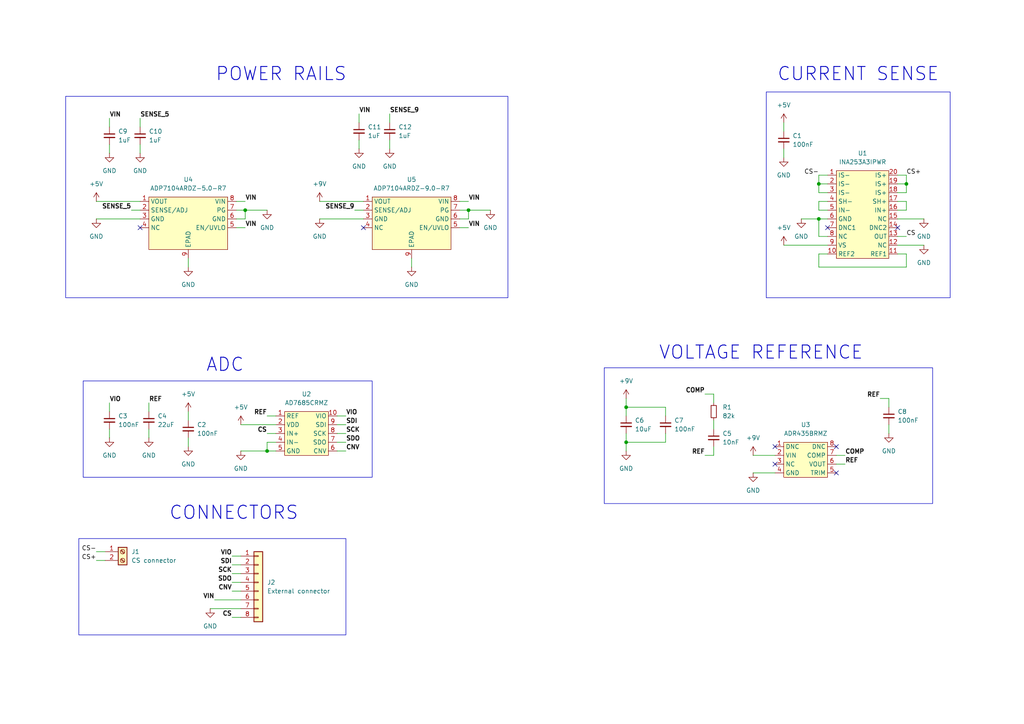
<source format=kicad_sch>
(kicad_sch (version 20231120) (generator "eeschema") (generator_version "8.0")
  (paper "A4")
  (lib_symbols
    (symbol "0_servo:AD7685CRMZ"
      (property "Reference" "U" (at -0.254 11.684 0))
      (property "Value" "AD7685CRMZ" (at 0 8.89 0))
      (symbol "AD7685CRMZ_1_1"
        (rectangle (start -6.35 6.35) (end 6.35 -6.35) (fill (type background)))
        (pin input line (at -8.89 5.08 0) (length 2.54) (name "REF") (number "1"))
        (pin power_in line (at 8.89 5.08 180) (length 2.54) (name "VIO") (number "10"))
        (pin power_in line (at -8.89 2.54 0) (length 2.54) (name "VDD") (number "2"))
        (pin input line (at -8.89 0 0) (length 2.54) (name "IN+") (number "3"))
        (pin input line (at -8.89 -2.54 0) (length 2.54) (name "IN-") (number "4"))
        (pin power_in line (at -8.89 -5.08 0) (length 2.54) (name "GND") (number "5"))
        (pin input line (at 8.89 -5.08 180) (length 2.54) (name "CNV") (number "6"))
        (pin output line (at 8.89 -2.54 180) (length 2.54) (name "SDO") (number "7"))
        (pin input line (at 8.89 0 180) (length 2.54) (name "SCK") (number "8"))
        (pin input line (at 8.89 2.54 180) (length 2.54) (name "SDI") (number "9"))
      )
    )
    (symbol "0_servo:ADP7104ARDZ-5.0-R7"
      (property "Reference" "U" (at 0 13.462 0))
      (property "Value" "ADP7104ARDZ-5.0-R7" (at -0.508 10.922 0))
      (symbol "ADP7104ARDZ-5.0-R7_1_1"
        (rectangle (start -11.43 5.08) (end 11.43 -10.16) (fill (type background)))
        (pin power_out line (at -13.97 3.81 0) (length 2.54) (name "VOUT") (number "1"))
        (pin input line (at -13.97 1.27 0) (length 2.54) (name "SENSE/ADJ") (number "2"))
        (pin power_in line (at -13.97 -1.27 0) (length 2.54) (name "GND") (number "3"))
        (pin input line (at -13.97 -3.81 0) (length 2.54) (name "NC") (number "4"))
        (pin input line (at 13.97 -3.81 180) (length 2.54) (name "EN/UVLO") (number "5"))
        (pin power_in line (at 13.97 -1.27 180) (length 2.54) (name "GND") (number "6"))
        (pin output line (at 13.97 1.27 180) (length 2.54) (name "PG") (number "7"))
        (pin power_in line (at 13.97 3.81 180) (length 2.54) (name "VIN") (number "8"))
        (pin power_in line (at 0 -12.7 90) (length 2.54) (name "EPAD") (number "9"))
      )
    )
    (symbol "0_servo:ADP7104ARDZ-9.0-R7"
      (property "Reference" "U" (at 0 17.526 0))
      (property "Value" "ADP7104ARDZ-9.0-R7" (at 0 14.732 0))
      (symbol "ADP7104ARDZ-9.0-R7_1_1"
        (rectangle (start -11.43 6.35) (end 11.43 -8.89) (fill (type background)))
        (pin power_out line (at -13.97 5.08 0) (length 2.54) (name "VOUT") (number "1"))
        (pin input line (at -13.97 2.54 0) (length 2.54) (name "SENSE/ADJ") (number "2"))
        (pin power_in line (at -13.97 0 0) (length 2.54) (name "GND") (number "3"))
        (pin input line (at -13.97 -2.54 0) (length 2.54) (name "NC") (number "4"))
        (pin input line (at 13.97 -2.54 180) (length 2.54) (name "EN/UVLO") (number "5"))
        (pin power_in line (at 13.97 0 180) (length 2.54) (name "GND") (number "6"))
        (pin output line (at 13.97 2.54 180) (length 2.54) (name "PG") (number "7"))
        (pin power_in line (at 13.97 5.08 180) (length 2.54) (name "VIN") (number "8"))
        (pin power_in line (at 0 -11.43 90) (length 2.54) (name "EPAD") (number "9"))
      )
    )
    (symbol "0_servo:ADR435BRMZ"
      (property "Reference" "U" (at 0 10.16 0))
      (property "Value" "ADR435BRMZ" (at 0 7.62 0))
      (symbol "ADR435BRMZ_1_1"
        (rectangle (start -6.35 5.08) (end 6.35 -5.08) (fill (type background)))
        (pin input line (at -8.89 3.81 0) (length 2.54) (name "DNC") (number "1"))
        (pin power_in line (at -8.89 1.27 0) (length 2.54) (name "VIN") (number "2"))
        (pin input line (at -8.89 -1.27 0) (length 2.54) (name "NC") (number "3"))
        (pin power_in line (at -8.89 -3.81 0) (length 2.54) (name "GND") (number "4"))
        (pin input line (at 8.89 -3.81 180) (length 2.54) (name "TRIM") (number "5"))
        (pin output line (at 8.89 -1.27 180) (length 2.54) (name "VOUT") (number "6"))
        (pin input line (at 8.89 1.27 180) (length 2.54) (name "COMP") (number "7"))
        (pin input line (at 8.89 3.81 180) (length 2.54) (name "DNC") (number "8"))
      )
    )
    (symbol "0_servo:INA253A3IPWR"
      (property "Reference" "U" (at 0 17.78 0))
      (property "Value" "INA253A3IPWR" (at 0 14.986 0))
      (symbol "INA253A3IPWR_1_1"
        (rectangle (start -7.62 12.7) (end 7.62 -12.7) (fill (type background)))
        (pin input line (at -10.16 11.43 0) (length 2.54) (name "IS-") (number "1"))
        (pin input line (at -10.16 -11.43 0) (length 2.54) (name "REF2") (number "10"))
        (pin input line (at 10.16 -11.43 180) (length 2.54) (name "REF1") (number "11"))
        (pin input line (at 10.16 -8.89 180) (length 2.54) (name "NC") (number "12"))
        (pin output line (at 10.16 -6.35 180) (length 2.54) (name "OUT") (number "13"))
        (pin input line (at 10.16 -3.81 180) (length 2.54) (name "DNC2") (number "14"))
        (pin input line (at 10.16 -1.27 180) (length 2.54) (name "NC") (number "15"))
        (pin input line (at 10.16 1.27 180) (length 2.54) (name "IN+") (number "16"))
        (pin output line (at 10.16 3.81 180) (length 2.54) (name "SH+") (number "17"))
        (pin input line (at 10.16 6.35 180) (length 2.54) (name "IS+") (number "18"))
        (pin input line (at 10.16 8.89 180) (length 2.54) (name "IS+") (number "19"))
        (pin input line (at -10.16 8.89 0) (length 2.54) (name "IS-") (number "2"))
        (pin input line (at 10.16 11.43 180) (length 2.54) (name "IS+") (number "20"))
        (pin input line (at -10.16 6.35 0) (length 2.54) (name "IS-") (number "3"))
        (pin output line (at -10.16 3.81 0) (length 2.54) (name "SH-") (number "4"))
        (pin input line (at -10.16 1.27 0) (length 2.54) (name "IN-") (number "5"))
        (pin power_in line (at -10.16 -1.27 0) (length 2.54) (name "GND") (number "6"))
        (pin input line (at -10.16 -3.81 0) (length 2.54) (name "DNC1") (number "7"))
        (pin input line (at -10.16 -6.35 0) (length 2.54) (name "NC") (number "8"))
        (pin power_in line (at -10.16 -8.89 0) (length 2.54) (name "VS") (number "9"))
      )
    )
    (symbol "Connector:Screw_Terminal_01x02" (pin_names (offset 1.016) hide)
      (property "Reference" "J" (at 0 2.54 0))
      (property "Value" "Screw_Terminal_01x02" (at 0 -5.08 0))
      (symbol "Screw_Terminal_01x02_1_1"
        (rectangle (start -1.27 1.27) (end 1.27 -3.81) (stroke (width 0.254)) (fill (type background)))
        (circle (center 0 -2.54) (radius 0.635) (stroke (width 0.1524)))
        (polyline (pts (xy -0.5334 -2.2098) (xy 0.3302 -3.048)) (stroke (width 0.1524)))
        (polyline (pts (xy -0.5334 0.3302) (xy 0.3302 -0.508)) (stroke (width 0.1524)))
        (polyline (pts (xy -0.3556 -2.032) (xy 0.508 -2.8702)) (stroke (width 0.1524)))
        (polyline (pts (xy -0.3556 0.508) (xy 0.508 -0.3302)) (stroke (width 0.1524)))
        (circle (center 0 0) (radius 0.635) (stroke (width 0.1524)))
        (pin passive line (at -5.08 0 0) (length 3.81) (name "Pin_1") (number "1"))
        (pin passive line (at -5.08 -2.54 0) (length 3.81) (name "Pin_2") (number "2"))
      )
    )
    (symbol "Connector_Generic:Conn_01x08" (pin_names (offset 1.016) hide)
      (property "Reference" "J" (at 0 10.16 0))
      (property "Value" "Conn_01x08" (at 0 -12.7 0))
      (symbol "Conn_01x08_1_1"
        (rectangle (start -1.27 -10.033) (end 0 -10.287) (stroke (width 0.1524)))
        (rectangle (start -1.27 -7.493) (end 0 -7.747) (stroke (width 0.1524)))
        (rectangle (start -1.27 -4.953) (end 0 -5.207) (stroke (width 0.1524)))
        (rectangle (start -1.27 -2.413) (end 0 -2.667) (stroke (width 0.1524)))
        (rectangle (start -1.27 0.127) (end 0 -0.127) (stroke (width 0.1524)))
        (rectangle (start -1.27 2.667) (end 0 2.413) (stroke (width 0.1524)))
        (rectangle (start -1.27 5.207) (end 0 4.953) (stroke (width 0.1524)))
        (rectangle (start -1.27 7.747) (end 0 7.493) (stroke (width 0.1524)))
        (rectangle (start -1.27 8.89) (end 1.27 -11.43) (stroke (width 0.254)) (fill (type background)))
        (pin passive line (at -5.08 7.62 0) (length 3.81) (name "Pin_1") (number "1"))
        (pin passive line (at -5.08 5.08 0) (length 3.81) (name "Pin_2") (number "2"))
        (pin passive line (at -5.08 2.54 0) (length 3.81) (name "Pin_3") (number "3"))
        (pin passive line (at -5.08 0 0) (length 3.81) (name "Pin_4") (number "4"))
        (pin passive line (at -5.08 -2.54 0) (length 3.81) (name "Pin_5") (number "5"))
        (pin passive line (at -5.08 -5.08 0) (length 3.81) (name "Pin_6") (number "6"))
        (pin passive line (at -5.08 -7.62 0) (length 3.81) (name "Pin_7") (number "7"))
        (pin passive line (at -5.08 -10.16 0) (length 3.81) (name "Pin_8") (number "8"))
      )
    )
    (symbol "Device:C_Small" (pin_numbers hide) (pin_names (offset 0.254) hide)
      (property "Reference" "C" (at 0.254 1.778 0))
      (property "Value" "C_Small" (at 0.254 -2.032 0))
      (symbol "C_Small_0_1"
        (polyline (pts (xy -1.524 -0.508) (xy 1.524 -0.508)) (stroke (width 0.3302)))
        (polyline (pts (xy -1.524 0.508) (xy 1.524 0.508)) (stroke (width 0.3048)))
      )
      (symbol "C_Small_1_1"
        (pin passive line (at 0 2.54 270) (length 2.032) (name "~") (number "1"))
        (pin passive line (at 0 -2.54 90) (length 2.032) (name "~") (number "2"))
      )
    )
    (symbol "Device:R_Small" (pin_numbers hide) (pin_names (offset 0.254) hide)
      (property "Reference" "R" (at 0.762 0.508 0))
      (property "Value" "R_Small" (at 0.762 -1.016 0))
      (symbol "R_Small_0_1"
        (rectangle (start -0.762 1.778) (end 0.762 -1.778) (stroke (width 0.2032)))
      )
      (symbol "R_Small_1_1"
        (pin passive line (at 0 2.54 270) (length 0.762) (name "~") (number "1"))
        (pin passive line (at 0 -2.54 90) (length 0.762) (name "~") (number "2"))
      )
    )
    (symbol "power:+5V" (power) (pin_numbers hide) (pin_names (offset 0) hide)
      (property "Value" "+5V" (at 0 3.556 0))
      (symbol "+5V_0_1"
        (polyline (pts (xy -0.762 1.27) (xy 0 2.54)))
        (polyline (pts (xy 0 0) (xy 0 2.54)))
        (polyline (pts (xy 0 2.54) (xy 0.762 1.27)))
      )
      (symbol "+5V_1_1"
        (pin power_in line (at 0 0 90) (length 0) (name "~") (number "1"))
      )
    )
    (symbol "power:+9V" (power) (pin_numbers hide) (pin_names (offset 0) hide)
      (property "Value" "+9V" (at 0 3.556 0))
      (symbol "+9V_0_1"
        (polyline (pts (xy -0.762 1.27) (xy 0 2.54)))
        (polyline (pts (xy 0 0) (xy 0 2.54)))
        (polyline (pts (xy 0 2.54) (xy 0.762 1.27)))
      )
      (symbol "+9V_1_1"
        (pin power_in line (at 0 0 90) (length 0) (name "~") (number "1"))
      )
    )
    (symbol "power:GND" (power) (pin_numbers hide) (pin_names (offset 0) hide)
      (property "Value" "GND" (at 0 -3.81 0))
      (symbol "GND_0_1"
        (polyline (pts (xy 0 0) (xy 0 -1.27) (xy 1.27 -1.27) (xy 0 -2.54) (xy -1.27 -1.27) (xy 0 -1.27)))
      )
      (symbol "GND_1_1"
        (pin power_in line (at 0 0 270) (length 0) (name "~") (number "1"))
      )
    )
  )
  (junction (at 71.12 60.96))
  (junction (at 77.47 130.81))
  (junction (at 262.89 53.34))
  (junction (at 237.49 53.34))
  (junction (at 181.61 128.27))
  (junction (at 237.49 63.5))
  (junction (at 135.89 60.96))
  (junction (at 181.61 118.11))
  (no_connect (at 260.35 66.04))
  (no_connect (at 240.03 66.04))
  (no_connect (at 40.64 66.04))
  (no_connect (at 105.41 66.04))
  (no_connect (at 242.57 137.16))
  (no_connect (at 224.79 134.62))
  (no_connect (at 224.79 129.54))
  (no_connect (at 242.57 129.54))
  (wire (pts (xy 113.03 40.64) (xy 113.03 43.18)))
  (wire (pts (xy 237.49 63.5) (xy 240.03 63.5)))
  (wire (pts (xy 77.47 128.27) (xy 77.47 130.81)))
  (wire (pts (xy 227.33 43.18) (xy 227.33 45.72)))
  (wire (pts (xy 181.61 115.57) (xy 181.61 118.11)))
  (wire (pts (xy 60.96 176.53) (xy 69.85 176.53)))
  (wire (pts (xy 43.18 124.46) (xy 43.18 127)))
  (wire (pts (xy 69.85 130.81) (xy 77.47 130.81)))
  (wire (pts (xy 257.81 115.57) (xy 257.81 118.11)))
  (wire (pts (xy 181.61 125.73) (xy 181.61 128.27)))
  (wire (pts (xy 237.49 60.96) (xy 240.03 60.96)))
  (wire (pts (xy 43.18 116.84) (xy 43.18 119.38)))
  (wire (pts (xy 135.89 60.96) (xy 142.24 60.96)))
  (wire (pts (xy 181.61 128.27) (xy 181.61 130.81)))
  (wire (pts (xy 104.14 33.02) (xy 104.14 35.56)))
  (wire (pts (xy 193.04 120.65) (xy 193.04 118.11)))
  (wire (pts (xy 113.03 33.02) (xy 113.03 35.56)))
  (wire (pts (xy 38.1 60.96) (xy 40.64 60.96)))
  (wire (pts (xy 67.31 163.83) (xy 69.85 163.83)))
  (wire (pts (xy 218.44 132.08) (xy 224.79 132.08)))
  (wire (pts (xy 207.01 121.92) (xy 207.01 124.46)))
  (wire (pts (xy 207.01 129.54) (xy 207.01 132.08)))
  (wire (pts (xy 133.35 60.96) (xy 135.89 60.96)))
  (wire (pts (xy 92.71 63.5) (xy 105.41 63.5)))
  (wire (pts (xy 71.12 60.96) (xy 77.47 60.96)))
  (wire (pts (xy 71.12 63.5) (xy 71.12 60.96)))
  (wire (pts (xy 237.49 55.88) (xy 237.49 53.34)))
  (wire (pts (xy 97.79 128.27) (xy 100.33 128.27)))
  (wire (pts (xy 207.01 114.3) (xy 207.01 116.84)))
  (wire (pts (xy 97.79 123.19) (xy 100.33 123.19)))
  (wire (pts (xy 77.47 130.81) (xy 80.01 130.81)))
  (wire (pts (xy 102.87 60.96) (xy 105.41 60.96)))
  (wire (pts (xy 237.49 73.66) (xy 237.49 77.47)))
  (wire (pts (xy 260.35 55.88) (xy 262.89 55.88)))
  (wire (pts (xy 237.49 50.8) (xy 237.49 53.34)))
  (wire (pts (xy 77.47 120.65) (xy 80.01 120.65)))
  (wire (pts (xy 193.04 125.73) (xy 193.04 128.27)))
  (wire (pts (xy 240.03 55.88) (xy 237.49 55.88)))
  (wire (pts (xy 242.57 132.08) (xy 245.11 132.08)))
  (wire (pts (xy 260.35 50.8) (xy 262.89 50.8)))
  (wire (pts (xy 68.58 58.42) (xy 71.12 58.42)))
  (wire (pts (xy 54.61 74.93) (xy 54.61 77.47)))
  (wire (pts (xy 262.89 73.66) (xy 260.35 73.66)))
  (wire (pts (xy 62.23 173.99) (xy 69.85 173.99)))
  (wire (pts (xy 67.31 179.07) (xy 69.85 179.07)))
  (wire (pts (xy 260.35 71.12) (xy 267.97 71.12)))
  (wire (pts (xy 97.79 125.73) (xy 100.33 125.73)))
  (wire (pts (xy 133.35 66.04) (xy 135.89 66.04)))
  (wire (pts (xy 262.89 53.34) (xy 262.89 50.8)))
  (wire (pts (xy 77.47 125.73) (xy 80.01 125.73)))
  (wire (pts (xy 232.41 63.5) (xy 237.49 63.5)))
  (wire (pts (xy 68.58 66.04) (xy 71.12 66.04)))
  (wire (pts (xy 193.04 118.11) (xy 181.61 118.11)))
  (wire (pts (xy 227.33 71.12) (xy 240.03 71.12)))
  (wire (pts (xy 104.14 40.64) (xy 104.14 43.18)))
  (wire (pts (xy 69.85 123.19) (xy 80.01 123.19)))
  (wire (pts (xy 262.89 77.47) (xy 262.89 73.66)))
  (wire (pts (xy 237.49 58.42) (xy 237.49 60.96)))
  (wire (pts (xy 257.81 123.19) (xy 257.81 125.73)))
  (wire (pts (xy 237.49 68.58) (xy 237.49 63.5)))
  (wire (pts (xy 204.47 114.3) (xy 207.01 114.3)))
  (wire (pts (xy 30.48 162.56) (xy 27.94 162.56)))
  (wire (pts (xy 40.64 34.29) (xy 40.64 36.83)))
  (wire (pts (xy 67.31 161.29) (xy 69.85 161.29)))
  (wire (pts (xy 40.64 41.91) (xy 40.64 44.45)))
  (wire (pts (xy 97.79 120.65) (xy 100.33 120.65)))
  (wire (pts (xy 97.79 130.81) (xy 100.33 130.81)))
  (wire (pts (xy 135.89 63.5) (xy 135.89 60.96)))
  (wire (pts (xy 31.75 124.46) (xy 31.75 127)))
  (wire (pts (xy 255.27 115.57) (xy 257.81 115.57)))
  (wire (pts (xy 54.61 127) (xy 54.61 129.54)))
  (wire (pts (xy 240.03 73.66) (xy 237.49 73.66)))
  (wire (pts (xy 242.57 134.62) (xy 245.11 134.62)))
  (wire (pts (xy 31.75 41.91) (xy 31.75 44.45)))
  (wire (pts (xy 181.61 128.27) (xy 193.04 128.27)))
  (wire (pts (xy 31.75 116.84) (xy 31.75 119.38)))
  (wire (pts (xy 260.35 58.42) (xy 262.89 58.42)))
  (wire (pts (xy 68.58 63.5) (xy 71.12 63.5)))
  (wire (pts (xy 204.47 132.08) (xy 207.01 132.08)))
  (wire (pts (xy 133.35 58.42) (xy 135.89 58.42)))
  (wire (pts (xy 119.38 74.93) (xy 119.38 77.47)))
  (wire (pts (xy 27.94 63.5) (xy 40.64 63.5)))
  (wire (pts (xy 227.33 35.56) (xy 227.33 38.1)))
  (wire (pts (xy 67.31 168.91) (xy 69.85 168.91)))
  (wire (pts (xy 260.35 68.58) (xy 262.89 68.58)))
  (wire (pts (xy 67.31 166.37) (xy 69.85 166.37)))
  (wire (pts (xy 240.03 68.58) (xy 237.49 68.58)))
  (wire (pts (xy 54.61 119.38) (xy 54.61 121.92)))
  (wire (pts (xy 133.35 63.5) (xy 135.89 63.5)))
  (wire (pts (xy 260.35 60.96) (xy 262.89 60.96)))
  (wire (pts (xy 218.44 137.16) (xy 224.79 137.16)))
  (wire (pts (xy 262.89 55.88) (xy 262.89 53.34)))
  (wire (pts (xy 27.94 160.02) (xy 30.48 160.02)))
  (wire (pts (xy 262.89 58.42) (xy 262.89 60.96)))
  (wire (pts (xy 260.35 63.5) (xy 267.97 63.5)))
  (wire (pts (xy 260.35 53.34) (xy 262.89 53.34)))
  (wire (pts (xy 31.75 34.29) (xy 31.75 36.83)))
  (wire (pts (xy 240.03 58.42) (xy 237.49 58.42)))
  (wire (pts (xy 237.49 77.47) (xy 262.89 77.47)))
  (wire (pts (xy 237.49 53.34) (xy 240.03 53.34)))
  (wire (pts (xy 68.58 60.96) (xy 71.12 60.96)))
  (wire (pts (xy 181.61 118.11) (xy 181.61 120.65)))
  (wire (pts (xy 67.31 171.45) (xy 69.85 171.45)))
  (wire (pts (xy 80.01 128.27) (xy 77.47 128.27)))
  (wire (pts (xy 27.94 58.42) (xy 40.64 58.42)))
  (wire (pts (xy 92.71 58.42) (xy 105.41 58.42)))
  (wire (pts (xy 237.49 50.8) (xy 240.03 50.8)))
  (rectangle (start 222.25 26.67) (end 275.59 86.36))
  (rectangle (start 22.86 156.21) (end 100.33 184.15))
  (rectangle (start 24.13 110.49) (end 107.95 138.43))
  (rectangle (start 19.05 27.94) (end 147.32 86.36))
  (rectangle (start 175.26 106.68) (end 270.51 146.05))
  (text "CURRENT SENSE" (at 248.92 21.59 0) (effects (font (size 3.81 3.81) (thickness 0.254) (bold yes))))
  (text "POWER RAILS" (at 81.534 21.59 0) (effects (font (size 3.81 3.81) (thickness 0.254) (bold yes))))
  (text "CONNECTORS" (at 67.818 148.844 0) (effects (font (size 3.81 3.81) (thickness 0.254) (bold yes))))
  (text "ADC" (at 65.278 105.918 0) (effects (font (size 3.81 3.81) (thickness 0.254) (bold yes))))
  (text "VOLTAGE REFERENCE" (at 220.726 102.362 0) (effects (font (size 3.81 3.81) (thickness 0.254) (bold yes))))
  (label "SCK" (at 67.31 166.37 180) (effects (font (thickness 0.254) (bold yes))))
  (label "REF" (at 245.11 134.62 0) (effects (font (thickness 0.254) (bold yes))))
  (label "SENSE_9" (at 102.87 60.96 180) (effects (font (thickness 0.254) (bold yes))))
  (label "SENSE_5" (at 40.64 34.29 0) (effects (font (thickness 0.254) (bold yes))))
  (label "CS" (at 67.31 179.07 180) (effects (font (thickness 0.254) (bold yes))))
  (label "CS" (at 262.89 68.58 0))
  (label "VIN" (at 62.23 173.99 180) (effects (font (thickness 0.254) (bold yes))))
  (label "CNV" (at 100.33 130.81 0) (effects (font (thickness 0.254) (bold yes))))
  (label "SDO" (at 100.33 128.27 0) (effects (font (thickness 0.254) (bold yes))))
  (label "VIN" (at 104.14 33.02 0) (effects (font (thickness 0.254) (bold yes))))
  (label "VIO" (at 67.31 161.29 180) (effects (font (thickness 0.254) (bold yes))))
  (label "COMP" (at 204.47 114.3 180) (effects (font (thickness 0.254) (bold yes))))
  (label "CS" (at 77.47 125.73 180) (effects (font (thickness 0.254) (bold yes))))
  (label "REF" (at 255.27 115.57 180) (effects (font (thickness 0.254) (bold yes))))
  (label "REF" (at 204.47 132.08 180) (effects (font (thickness 0.254) (bold yes))))
  (label "VIN" (at 135.89 58.42 0) (effects (font (thickness 0.254) (bold yes))))
  (label "REF" (at 77.47 120.65 180) (effects (font (thickness 0.254) (bold yes))))
  (label "SENSE_9" (at 113.03 33.02 0) (effects (font (thickness 0.254) (bold yes))))
  (label "CS+" (at 262.89 50.8 0))
  (label "REF" (at 43.18 116.84 0) (effects (font (thickness 0.254) (bold yes))))
  (label "SCK" (at 100.33 125.73 0) (effects (font (thickness 0.254) (bold yes))))
  (label "VIN" (at 31.75 34.29 0) (effects (font (thickness 0.254) (bold yes))))
  (label "VIO" (at 100.33 120.65 0) (effects (font (thickness 0.254) (bold yes))))
  (label "SENSE_5" (at 38.1 60.96 180) (effects (font (thickness 0.254) (bold yes))))
  (label "VIN" (at 71.12 66.04 0) (effects (font (thickness 0.254) (bold yes))))
  (label "CS-" (at 237.49 50.8 180))
  (label "SDI" (at 100.33 123.19 0) (effects (font (thickness 0.254) (bold yes))))
  (label "CS-" (at 27.94 160.02 180))
  (label "VIN" (at 71.12 58.42 0) (effects (font (thickness 0.254) (bold yes))))
  (label "CS+" (at 27.94 162.56 180))
  (label "SDI" (at 67.31 163.83 180) (effects (font (thickness 0.254) (bold yes))))
  (label "SDO" (at 67.31 168.91 180) (effects (font (thickness 0.254) (bold yes))))
  (label "CNV" (at 67.31 171.45 180) (effects (font (thickness 0.254) (bold yes))))
  (label "COMP" (at 245.11 132.08 0) (effects (font (thickness 0.254) (bold yes))))
  (label "VIN" (at 135.89 66.04 0) (effects (font (thickness 0.254) (bold yes))))
  (label "VIO" (at 31.75 116.84 0) (effects (font (thickness 0.254) (bold yes))))
  (symbol (lib_id "Device:C_Small") (at 104.14 38.1 0) (unit 1)
    (property "Reference" "C11" (at 106.68 36.8362 0) (effects (justify left)))
    (property "Value" "1uF" (at 106.68 39.3762 0) (effects (justify left)))
    (property "Footprint" "Capacitor_SMD:C_1206_3216Metric_Pad1.33x1.80mm_HandSolder" (effects (hide yes)))
    (property "Description" "Unpolarized capacitor, small symbol" (effects (hide yes)))
  )
  (symbol (lib_id "Device:C_Small") (at 31.75 39.37 0) (unit 1)
    (property "Reference" "C9" (at 34.29 38.1062 0) (effects (justify left)))
    (property "Value" "1uF" (at 34.29 40.6462 0) (effects (justify left)))
    (property "Footprint" "Capacitor_SMD:C_1206_3216Metric_Pad1.33x1.80mm_HandSolder" (effects (hide yes)))
    (property "Description" "Unpolarized capacitor, small symbol" (effects (hide yes)))
  )
  (symbol (lib_id "power:GND") (at 104.14 43.18 0) (unit 1)
    (property "Reference" "#PWR029" (effects (hide yes)))
    (property "Value" "GND" (at 104.14 48.26 0))
    (property "Description" "Power symbol creates a global label with name \"GND\" , ground" (effects (hide yes)))
  )
  (symbol (lib_id "Connector:Screw_Terminal_01x02") (at 35.56 160.02 0) (unit 1)
    (property "Reference" "J1" (at 38.1 160.0199 0) (effects (justify left)))
    (property "Value" "CS connector" (at 38.1 162.5599 0) (effects (justify left)))
    (property "Footprint" "Connector_PinHeader_2.54mm:PinHeader_1x02_P2.54mm_Vertical" (effects (hide yes)))
    (property "Description" "Generic screw terminal, single row, 01x02, script generated (kicad-library-utils/schlib/autogen/connector/)" (effects (hide yes)))
  )
  (symbol (lib_id "0_servo:INA253A3IPWR") (at 250.19 62.23 0) (unit 1)
    (property "Reference" "U1" (at 250.19 44.45 0))
    (property "Value" "INA253A3IPWR" (at 250.19 46.99 0))
    (property "Footprint" "Package_SO:TSSOP-20_4.4x6.5mm_P0.65mm" (effects (hide yes)))
    (property "Datasheet" "https://www.ti.com/lit/ds/symlink/ina253.pdf?ts=1737241501672&ref_url=https%253A%252F%252Fwww.ti.com%252Fproduct%252FINA253" (effects (hide yes)))
    (property "Description" "Current sense amplifier" (effects (hide yes)))
  )
  (symbol (lib_id "power:GND") (at 181.61 130.81 0) (unit 1)
    (property "Reference" "#PWR015" (effects (hide yes)))
    (property "Value" "GND" (at 181.61 135.89 0))
    (property "Description" "Power symbol creates a global label with name \"GND\" , ground" (effects (hide yes)))
  )
  (symbol (lib_id "power:GND") (at 77.47 60.96 0) (unit 1)
    (property "Reference" "#PWR020" (effects (hide yes)))
    (property "Value" "GND" (at 77.47 66.04 0))
    (property "Description" "Power symbol creates a global label with name \"GND\" , ground" (effects (hide yes)))
  )
  (symbol (lib_id "Device:C_Small") (at 40.64 39.37 0) (unit 1)
    (property "Reference" "C10" (at 43.18 38.1062 0) (effects (justify left)))
    (property "Value" "1uF" (at 43.18 40.6462 0) (effects (justify left)))
    (property "Footprint" "Capacitor_SMD:C_1206_3216Metric_Pad1.33x1.80mm_HandSolder" (effects (hide yes)))
    (property "Description" "Unpolarized capacitor, small symbol" (effects (hide yes)))
  )
  (symbol (lib_id "Device:C_Small") (at 113.03 38.1 0) (unit 1)
    (property "Reference" "C12" (at 115.57 36.8362 0) (effects (justify left)))
    (property "Value" "1uF" (at 115.57 39.3762 0) (effects (justify left)))
    (property "Footprint" "Capacitor_SMD:C_1206_3216Metric_Pad1.33x1.80mm_HandSolder" (effects (hide yes)))
    (property "Description" "Unpolarized capacitor, small symbol" (effects (hide yes)))
  )
  (symbol (lib_id "0_servo:AD7685CRMZ") (at 88.9 125.73 0) (unit 1)
    (property "Reference" "U2" (at 88.9 114.3 0))
    (property "Value" "AD7685CRMZ" (at 88.9 116.84 0))
    (property "Footprint" "Package_SO:MSOP-10_3x3mm_P0.5mm" (effects (hide yes)))
    (property "Datasheet" "https://www.analog.com/media/en/technical-documentation/data-sheets/AD7685.pdf" (effects (hide yes)))
    (property "Description" "16 bit single channel single ended ADC" (effects (hide yes)))
  )
  (symbol (lib_id "Device:C_Small") (at 227.33 40.64 0) (unit 1)
    (property "Reference" "C1" (at 229.87 39.3762 0) (effects (justify left)))
    (property "Value" "100nF" (at 229.87 41.9162 0) (effects (justify left)))
    (property "Footprint" "Capacitor_SMD:C_1206_3216Metric_Pad1.33x1.80mm_HandSolder" (effects (hide yes)))
    (property "Description" "Unpolarized capacitor, small symbol" (effects (hide yes)))
  )
  (symbol (lib_id "power:GND") (at 267.97 71.12 0) (unit 1)
    (property "Reference" "#PWR03" (effects (hide yes)))
    (property "Value" "GND" (at 267.97 76.2 0))
    (property "Description" "Power symbol creates a global label with name \"GND\" , ground" (effects (hide yes)))
  )
  (symbol (lib_id "power:GND") (at 69.85 130.81 0) (unit 1)
    (property "Reference" "#PWR07" (effects (hide yes)))
    (property "Value" "GND" (at 69.85 135.89 0))
    (property "Description" "Power symbol creates a global label with name \"GND\" , ground" (effects (hide yes)))
  )
  (symbol (lib_id "power:GND") (at 92.71 63.5 0) (unit 1)
    (property "Reference" "#PWR026" (effects (hide yes)))
    (property "Value" "GND" (at 92.71 68.58 0))
    (property "Description" "Power symbol creates a global label with name \"GND\" , ground" (effects (hide yes)))
  )
  (symbol (lib_id "Device:C_Small") (at 31.75 121.92 0) (unit 1)
    (property "Reference" "C3" (at 34.29 120.6562 0) (effects (justify left)))
    (property "Value" "100nF" (at 34.29 123.1962 0) (effects (justify left)))
    (property "Footprint" "Capacitor_SMD:C_1206_3216Metric_Pad1.33x1.80mm_HandSolder" (effects (hide yes)))
    (property "Description" "Unpolarized capacitor, small symbol" (effects (hide yes)))
  )
  (symbol (lib_id "Device:C_Small") (at 193.04 123.19 0) (unit 1)
    (property "Reference" "C7" (at 195.58 121.9262 0) (effects (justify left)))
    (property "Value" "100nF" (at 195.58 124.4662 0) (effects (justify left)))
    (property "Footprint" "Capacitor_SMD:C_1206_3216Metric_Pad1.33x1.80mm_HandSolder" (effects (hide yes)))
    (property "Description" "Unpolarized capacitor, small symbol" (effects (hide yes)))
  )
  (symbol (lib_id "power:GND") (at 60.96 176.53 0) (unit 1)
    (property "Reference" "#PWR018" (effects (hide yes)))
    (property "Value" "GND" (at 60.96 181.61 0))
    (property "Description" "Power symbol creates a global label with name \"GND\" , ground" (effects (hide yes)))
  )
  (symbol (lib_id "Device:R_Small") (at 207.01 119.38 0) (unit 1)
    (property "Reference" "R1" (at 209.55 118.1099 0) (effects (justify left)))
    (property "Value" "82k" (at 209.55 120.6499 0) (effects (justify left)))
    (property "Footprint" "Resistor_SMD:R_1206_3216Metric_Pad1.30x1.75mm_HandSolder" (effects (hide yes)))
    (property "Description" "Resistor, small symbol" (effects (hide yes)))
  )
  (symbol (lib_id "power:GND") (at 40.64 44.45 0) (unit 1)
    (property "Reference" "#PWR028" (effects (hide yes)))
    (property "Value" "GND" (at 40.64 49.53 0))
    (property "Description" "Power symbol creates a global label with name \"GND\" , ground" (effects (hide yes)))
  )
  (symbol (lib_id "power:GND") (at 31.75 44.45 0) (unit 1)
    (property "Reference" "#PWR025" (effects (hide yes)))
    (property "Value" "GND" (at 31.75 49.53 0))
    (property "Description" "Power symbol creates a global label with name \"GND\" , ground" (effects (hide yes)))
  )
  (symbol (lib_id "power:+9V") (at 92.71 58.42 0) (unit 1)
    (property "Reference" "#PWR027" (effects (hide yes)))
    (property "Value" "+9V" (at 92.71 53.34 0))
    (property "Description" "Power symbol creates a global label with name \"+9V\"" (effects (hide yes)))
  )
  (symbol (lib_id "power:GND") (at 31.75 127 0) (unit 1)
    (property "Reference" "#PWR012" (effects (hide yes)))
    (property "Value" "GND" (at 31.75 132.08 0))
    (property "Description" "Power symbol creates a global label with name \"GND\" , ground" (effects (hide yes)))
  )
  (symbol (lib_id "power:GND") (at 54.61 129.54 0) (unit 1)
    (property "Reference" "#PWR010" (effects (hide yes)))
    (property "Value" "GND" (at 54.61 134.62 0))
    (property "Description" "Power symbol creates a global label with name \"GND\" , ground" (effects (hide yes)))
  )
  (symbol (lib_id "Device:C_Small") (at 257.81 120.65 0) (unit 1)
    (property "Reference" "C8" (at 260.35 119.3862 0) (effects (justify left)))
    (property "Value" "100nF" (at 260.35 121.9262 0) (effects (justify left)))
    (property "Footprint" "Capacitor_SMD:C_1206_3216Metric_Pad1.33x1.80mm_HandSolder" (effects (hide yes)))
    (property "Description" "Unpolarized capacitor, small symbol" (effects (hide yes)))
  )
  (symbol (lib_id "power:+5V") (at 54.61 119.38 0) (unit 1)
    (property "Reference" "#PWR09" (effects (hide yes)))
    (property "Value" "+5V" (at 54.61 114.3 0))
    (property "Description" "Power symbol creates a global label with name \"+5V\"" (effects (hide yes)))
  )
  (symbol (lib_id "power:+5V") (at 227.33 35.56 0) (unit 1)
    (property "Reference" "#PWR05" (effects (hide yes)))
    (property "Value" "+5V" (at 227.33 30.48 0))
    (property "Description" "Power symbol creates a global label with name \"+5V\"" (effects (hide yes)))
  )
  (symbol (lib_id "Device:C_Small") (at 207.01 127 0) (unit 1)
    (property "Reference" "C5" (at 209.55 125.7362 0) (effects (justify left)))
    (property "Value" "10nF" (at 209.55 128.2762 0) (effects (justify left)))
    (property "Footprint" "Capacitor_SMD:C_1206_3216Metric_Pad1.33x1.80mm_HandSolder" (effects (hide yes)))
    (property "Description" "Unpolarized capacitor, small symbol" (effects (hide yes)))
  )
  (symbol (lib_id "power:+9V") (at 181.61 115.57 0) (unit 1)
    (property "Reference" "#PWR016" (effects (hide yes)))
    (property "Value" "+9V" (at 181.61 110.49 0))
    (property "Description" "Power symbol creates a global label with name \"+9V\"" (effects (hide yes)))
  )
  (symbol (lib_id "0_servo:ADP7104ARDZ-9.0-R7") (at 119.38 63.5 0) (unit 1)
    (property "Reference" "U5" (at 119.38 52.07 0))
    (property "Value" "ADP7104ARDZ-9.0-R7" (at 119.38 54.61 0))
    (property "Footprint" "Package_SO:SOIC-8-1EP_3.9x4.9mm_P1.27mm_EP2.41x3.81mm" (effects (hide yes)))
    (property "Datasheet" "https://www.analog.com/media/en/technical-documentation/data-sheets/adp7104.pdf" (effects (hide yes)))
    (property "Description" "LDO fixed output (9V)" (effects (hide yes)))
  )
  (symbol (lib_id "power:GND") (at 142.24 60.96 0) (unit 1)
    (property "Reference" "#PWR023" (effects (hide yes)))
    (property "Value" "GND" (at 142.24 66.04 0))
    (property "Description" "Power symbol creates a global label with name \"GND\" , ground" (effects (hide yes)))
  )
  (symbol (lib_id "Device:C_Small") (at 43.18 121.92 0) (unit 1)
    (property "Reference" "C4" (at 45.72 120.6562 0) (effects (justify left)))
    (property "Value" "22uF" (at 45.72 123.1962 0) (effects (justify left)))
    (property "Footprint" "Capacitor_SMD:C_1206_3216Metric_Pad1.33x1.80mm_HandSolder" (effects (hide yes)))
    (property "Description" "X5R" (effects (hide yes)))
  )
  (symbol (lib_id "power:GND") (at 113.03 43.18 0) (unit 1)
    (property "Reference" "#PWR030" (effects (hide yes)))
    (property "Value" "GND" (at 113.03 48.26 0))
    (property "Description" "Power symbol creates a global label with name \"GND\" , ground" (effects (hide yes)))
  )
  (symbol (lib_id "power:GND") (at 227.33 45.72 0) (unit 1)
    (property "Reference" "#PWR06" (effects (hide yes)))
    (property "Value" "GND" (at 227.33 50.8 0))
    (property "Description" "Power symbol creates a global label with name \"GND\" , ground" (effects (hide yes)))
  )
  (symbol (lib_id "Connector_Generic:Conn_01x08") (at 74.93 168.91 0) (unit 1)
    (property "Reference" "J2" (at 77.47 168.9099 0) (effects (justify left)))
    (property "Value" "External connector" (at 77.47 171.4499 0) (effects (justify left)))
    (property "Footprint" "Connector_PinHeader_2.54mm:PinHeader_1x08_P2.54mm_Vertical" (effects (hide yes)))
    (property "Description" "Generic connector, single row, 01x08, script generated (kicad-library-utils/schlib/autogen/connector/)" (effects (hide yes)))
  )
  (symbol (lib_id "Device:C_Small") (at 54.61 124.46 0) (unit 1)
    (property "Reference" "C2" (at 57.15 123.1962 0) (effects (justify left)))
    (property "Value" "100nF" (at 57.15 125.7362 0) (effects (justify left)))
    (property "Footprint" "Capacitor_SMD:C_1206_3216Metric_Pad1.33x1.80mm_HandSolder" (effects (hide yes)))
    (property "Description" "Unpolarized capacitor, small symbol" (effects (hide yes)))
  )
  (symbol (lib_id "power:GND") (at 232.41 63.5 0) (unit 1)
    (property "Reference" "#PWR01" (effects (hide yes)))
    (property "Value" "GND" (at 232.41 68.58 0))
    (property "Description" "Power symbol creates a global label with name \"GND\" , ground" (effects (hide yes)))
  )
  (symbol (lib_id "0_servo:ADP7104ARDZ-5.0-R7") (at 54.61 62.23 0) (unit 1)
    (property "Reference" "U4" (at 54.61 52.07 0))
    (property "Value" "ADP7104ARDZ-5.0-R7" (at 54.61 54.61 0))
    (property "Footprint" "Package_SO:SOIC-8-1EP_3.9x4.9mm_P1.27mm_EP2.41x3.81mm" (effects (hide yes)))
    (property "Datasheet" "https://www.analog.com/media/en/technical-documentation/data-sheets/adp7104.pdf" (effects (hide yes)))
    (property "Description" "LDO fixed output (5V)" (effects (hide yes)))
  )
  (symbol (lib_id "Device:C_Small") (at 181.61 123.19 0) (unit 1)
    (property "Reference" "C6" (at 184.15 121.9262 0) (effects (justify left)))
    (property "Value" "10uF" (at 184.15 124.4662 0) (effects (justify left)))
    (property "Footprint" "Capacitor_SMD:C_1206_3216Metric_Pad1.33x1.80mm_HandSolder" (effects (hide yes)))
    (property "Description" "Unpolarized capacitor, small symbol" (effects (hide yes)))
  )
  (symbol (lib_id "power:GND") (at 267.97 63.5 0) (unit 1)
    (property "Reference" "#PWR02" (effects (hide yes)))
    (property "Value" "GND" (at 267.97 68.58 0))
    (property "Description" "Power symbol creates a global label with name \"GND\" , ground" (effects (hide yes)))
  )
  (symbol (lib_id "power:GND") (at 257.81 125.73 0) (unit 1)
    (property "Reference" "#PWR017" (effects (hide yes)))
    (property "Value" "GND" (at 257.81 130.81 0))
    (property "Description" "Power symbol creates a global label with name \"GND\" , ground" (effects (hide yes)))
  )
  (symbol (lib_id "power:+5V") (at 227.33 71.12 0) (unit 1)
    (property "Reference" "#PWR04" (effects (hide yes)))
    (property "Value" "+5V" (at 227.33 66.04 0))
    (property "Description" "Power symbol creates a global label with name \"+5V\"" (effects (hide yes)))
  )
  (symbol (lib_id "power:GND") (at 43.18 127 0) (unit 1)
    (property "Reference" "#PWR011" (effects (hide yes)))
    (property "Value" "GND" (at 43.18 132.08 0))
    (property "Description" "Power symbol creates a global label with name \"GND\" , ground" (effects (hide yes)))
  )
  (symbol (lib_id "0_servo:ADR435BRMZ") (at 233.68 133.35 0) (unit 1)
    (property "Reference" "U3" (at 233.68 123.19 0))
    (property "Value" "ADR435BRMZ" (at 233.68 125.73 0))
    (property "Footprint" "Package_SO:MSOP-8_3x3mm_P0.65mm" (effects (hide yes)))
    (property "Datasheet" "https://www.analog.com/media/en/technical-documentation/data-sheets/adr430_431_433_434_435.pdf" (effects (hide yes)))
    (property "Description" "Precision voltage reference (5V)" (effects (hide yes)))
  )
  (symbol (lib_id "power:+5V") (at 27.94 58.42 0) (unit 1)
    (property "Reference" "#PWR022" (effects (hide yes)))
    (property "Value" "+5V" (at 27.94 53.34 0))
    (property "Description" "Power symbol creates a global label with name \"+5V\"" (effects (hide yes)))
  )
  (symbol (lib_id "power:GND") (at 27.94 63.5 0) (unit 1)
    (property "Reference" "#PWR021" (effects (hide yes)))
    (property "Value" "GND" (at 27.94 68.58 0))
    (property "Description" "Power symbol creates a global label with name \"GND\" , ground" (effects (hide yes)))
  )
  (symbol (lib_id "power:GND") (at 218.44 137.16 0) (unit 1)
    (property "Reference" "#PWR013" (effects (hide yes)))
    (property "Value" "GND" (at 218.44 142.24 0))
    (property "Description" "Power symbol creates a global label with name \"GND\" , ground" (effects (hide yes)))
  )
  (symbol (lib_id "power:GND") (at 54.61 77.47 0) (unit 1)
    (property "Reference" "#PWR019" (effects (hide yes)))
    (property "Value" "GND" (at 54.61 82.55 0))
    (property "Description" "Power symbol creates a global label with name \"GND\" , ground" (effects (hide yes)))
  )
  (symbol (lib_id "power:GND") (at 119.38 77.47 0) (unit 1)
    (property "Reference" "#PWR024" (effects (hide yes)))
    (property "Value" "GND" (at 119.38 82.55 0))
    (property "Description" "Power symbol creates a global label with name \"GND\" , ground" (effects (hide yes)))
  )
  (symbol (lib_id "power:+5V") (at 69.85 123.19 0) (unit 1)
    (property "Reference" "#PWR08" (effects (hide yes)))
    (property "Value" "+5V" (at 69.85 118.11 0))
    (property "Description" "Power symbol creates a global label with name \"+5V\"" (effects (hide yes)))
  )
  (symbol (lib_id "power:+9V") (at 218.44 132.08 0) (unit 1)
    (property "Reference" "#PWR014" (effects (hide yes)))
    (property "Value" "+9V" (at 218.44 127 0))
    (property "Description" "Power symbol creates a global label with name \"+9V\"" (effects (hide yes)))
  )
)
</source>
